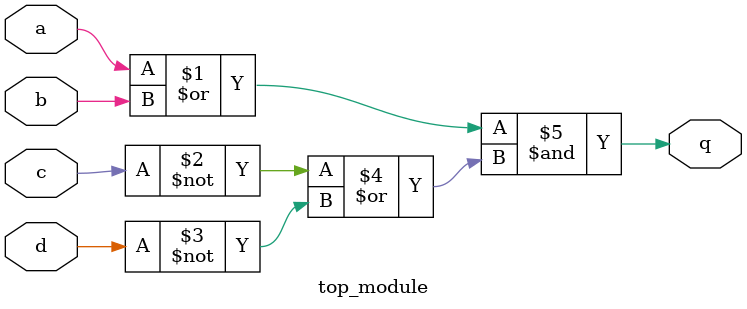
<source format=sv>
module top_module (
  input a,
  input b,
  input c,
  input d,
  output q
);

  assign q = (a | b) & (~c | ~d);

endmodule

</source>
